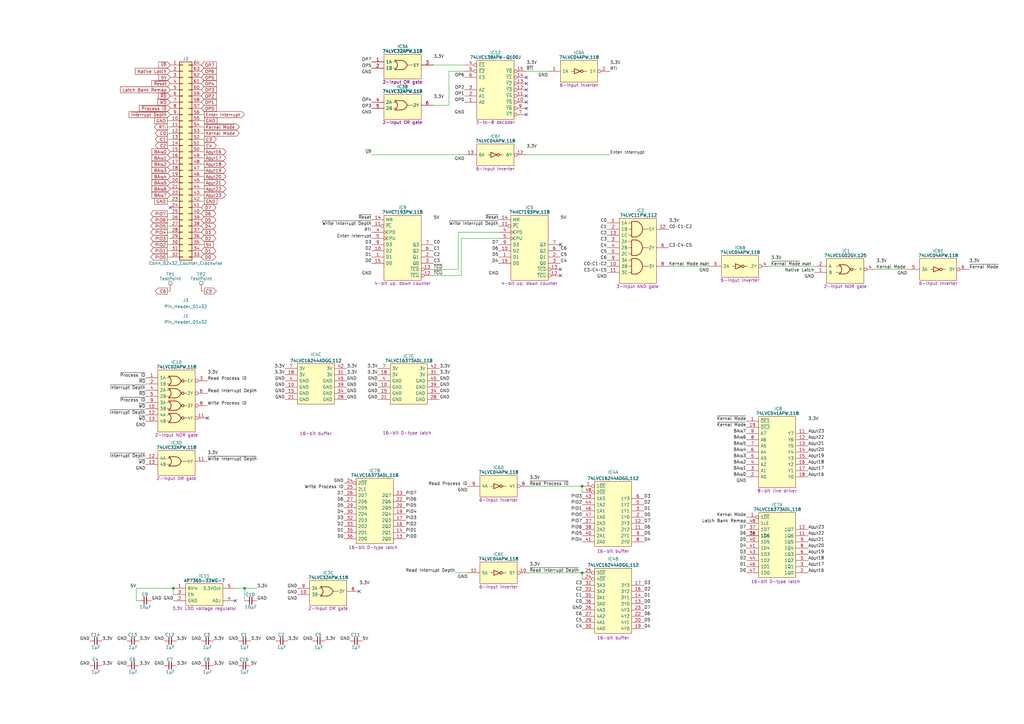
<source format=kicad_sch>
(kicad_sch (version 20231120) (generator "eeschema") (generator_version "8.0")
  (paper "A3")
  (title_block (title "Kernal Mode") (date "2024-02-15") (rev "V0"))
  (junction (at 238.76 199.39))
  (junction (at 100.33 241.3))
  (junction (at 238.76 234.95))
  (junction (at 71.12 241.3))
  (no_connect (at 215.9 46.99))
  (no_connect (at 229.87 113.03))
  (no_connect (at 215.9 44.45))
  (no_connect (at 215.9 31.75))
  (no_connect (at 215.9 34.29))
  (no_connect (at 85.09 171.45))
  (no_connect (at 69.85 85.09))
  (no_connect (at 229.87 100.33))
  (no_connect (at 147.32 242.57))
  (no_connect (at 215.9 41.91))
  (no_connect (at 215.9 39.37))
  (no_connect (at 229.87 110.49))
  (no_connect (at 215.9 36.83))
  (no_connect (at 96.52 246.38))
  (wire (pts (xy 83.82 64.77) (xy 82.55 64.77)))
  (wire (pts (xy 68.58 52.07) (xy 69.85 52.07)))
  (wire (pts (xy 83.82 57.15) (xy 82.55 57.15)))
  (wire (pts (xy 83.82 54.61) (xy 82.55 54.61)))
  (wire (pts (xy 68.58 87.63) (xy 69.85 87.63)))
  (wire (pts (xy 359.41 110.49) (xy 372.11 110.49)))
  (wire (pts (xy 191.77 234.95) (xy 186.69 234.95)))
  (wire (pts (xy 68.58 49.53) (xy 69.85 49.53)))
  (wire (pts (xy 68.58 97.79) (xy 69.85 97.79)))
  (wire (pts (xy 217.17 199.39) (xy 238.76 199.39)))
  (wire (pts (xy 68.58 100.33) (xy 69.85 100.33)))
  (wire (pts (xy 187.96 110.49) (xy 187.96 95.25)))
  (wire (pts (xy 83.82 69.85) (xy 82.55 69.85)))
  (wire (pts (xy 68.58 57.15) (xy 69.85 57.15)))
  (wire (pts (xy 83.82 62.23) (xy 82.55 62.23)))
  (wire (pts (xy 82.55 119.38) (xy 83.82 119.38)))
  (wire (pts (xy 68.58 59.69) (xy 69.85 59.69)))
  (wire (pts (xy 68.58 92.71) (xy 69.85 92.71)))
  (wire (pts (xy 83.82 80.01) (xy 82.55 80.01)))
  (wire (pts (xy 83.82 52.07) (xy 82.55 52.07)))
  (wire (pts (xy 68.58 105.41) (xy 69.85 105.41)))
  (wire (pts (xy 55.88 241.3) (xy 71.12 241.3)))
  (wire (pts (xy 184.15 43.18) (xy 177.8 43.18)))
  (wire (pts (xy 83.82 49.53) (xy 82.55 49.53)))
  (wire (pts (xy 152.4 63.5) (xy 190.5 63.5)))
  (wire (pts (xy 215.9 29.21) (xy 224.79 29.21)))
  (wire (pts (xy 55.88 246.38) (xy 57.15 246.38)))
  (wire (pts (xy 187.96 95.25) (xy 204.47 95.25)))
  (wire (pts (xy 71.12 241.3) (xy 71.12 243.84)))
  (wire (pts (xy 83.82 67.31) (xy 82.55 67.31)))
  (wire (pts (xy 316.23 109.22) (xy 334.01 109.22)))
  (wire (pts (xy 189.23 113.03) (xy 177.8 113.03)))
  (wire (pts (xy 184.15 29.21) (xy 184.15 43.18)))
  (wire (pts (xy 96.52 241.3) (xy 100.33 241.3)))
  (wire (pts (xy 83.82 77.47) (xy 82.55 77.47)))
  (wire (pts (xy 177.8 110.49) (xy 187.96 110.49)))
  (wire (pts (xy 83.82 46.99) (xy 82.55 46.99)))
  (wire (pts (xy 83.82 59.69) (xy 82.55 59.69)))
  (wire (pts (xy 274.32 109.22) (xy 290.83 109.22)))
  (wire (pts (xy 68.58 90.17) (xy 69.85 90.17)))
  (wire (pts (xy 83.82 74.93) (xy 82.55 74.93)))
  (wire (pts (xy 238.76 199.39) (xy 238.76 201.93)))
  (wire (pts (xy 68.58 102.87) (xy 69.85 102.87)))
  (wire (pts (xy 68.58 95.25) (xy 69.85 95.25)))
  (wire (pts (xy 55.88 241.3) (xy 55.88 246.38)))
  (wire (pts (xy 68.58 119.38) (xy 69.85 119.38)))
  (wire (pts (xy 100.33 241.3) (xy 105.41 241.3)))
  (wire (pts (xy 177.8 26.67) (xy 190.5 26.67)))
  (wire (pts (xy 204.47 97.79) (xy 189.23 97.79)))
  (wire (pts (xy 189.23 97.79) (xy 189.23 113.03)))
  (wire (pts (xy 190.5 29.21) (xy 184.15 29.21)))
  (wire (pts (xy 68.58 54.61) (xy 69.85 54.61)))
  (wire (pts (xy 100.33 246.38) (xy 100.33 241.3)))
  (wire (pts (xy 83.82 82.55) (xy 82.55 82.55)))
  (wire (pts (xy 238.76 234.95) (xy 238.76 237.49)))
  (wire (pts (xy 83.82 72.39) (xy 82.55 72.39)))
  (wire (pts (xy 217.17 234.95) (xy 238.76 234.95)))
  (wire (pts (xy 68.58 82.55) (xy 69.85 82.55)))
  (wire (pts (xy 215.9 63.5) (xy 250.19 63.5)))
  (wire (pts (xy 83.82 100.33) (xy 82.55 100.33)))
  (label "C2" (at 177.8 105.41 0))
  (label "3.3V" (at 142.24 153.67 0))
  (label "Kernal Mode_{ PART}" (at 274.32 109.22 0))
  (label "Latch Bank Remap" (at 306.07 214.63 180))
  (label "GND" (at 142.24 158.75 0))
  (label "3.3V" (at 154.94 153.67 180))
  (label "~{TCU}" (at 177.8 113.03 0))
  (label "GND" (at 306.07 198.12 180))
  (label "Write Process ID" (at 85.09 166.37 0))
  (label "C0" (at 238.76 247.65 180))
  (label "5V" (at 148.59 262.89 0))
  (label "PID7" (at 166.37 203.2 0))
  (label "3.3V" (at 133.35 262.89 0))
  (label "GND" (at 67.31 262.89 180))
  (label "C3·C4·C5" (at 274.32 101.6 0))
  (label "D2" (at 306.07 229.87 180))
  (label "D3" (at 264.16 240.03 0))
  (label "PID6" (at 166.37 205.74 0))
  (label "RTI" (at 250.19 29.21 0))
  (label "3.3V" (at 154.94 151.13 180))
  (label "~{RD}" (at 59.69 157.48 180))
  (label "BA_{IN}0" (at 306.07 195.58 180))
  (label "GND" (at 62.23 246.38 0))
  (label "~{Kernal Mode}" (at 306.07 172.72 180))
  (label "BA_{IN}7" (at 306.07 177.8 180))
  (label "D7" (at 204.47 100.33 180))
  (label "A_{OUT}21" (at 331.47 222.25 0))
  (label "~{TCD}" (at 177.8 110.49 0))
  (label "GND" (at 180.34 158.75 0))
  (label "D1" (at 152.4 105.41 180))
  (label "GND" (at 82.55 273.05 180))
  (label "~{VP}" (at 152.4 63.5 180))
  (label "Kernal Mode" (at 306.07 212.09 180))
  (label "3.3V" (at 274.32 91.44 0))
  (label "C0·C1·C2" (at 248.92 109.22 180))
  (label "BA_{IN}2" (at 306.07 190.5 180))
  (label "GND" (at 152.4 46.99 180))
  (label "GND" (at 154.94 156.21 180))
  (label "D5" (at 264.16 255.27 0))
  (label "PID1" (at 166.37 218.44 0))
  (label "GND" (at 191.77 201.93 180))
  (label "C0" (at 248.92 91.44 180))
  (label "~{Process ID}" (at 59.69 154.94 180))
  (label "~{Kernal Mode}" (at 397.51 110.49 0))
  (label "3.3V" (at 72.39 262.89 0))
  (label "OP6" (at 190.5 31.75 180))
  (label "D0" (at 264.16 212.09 0))
  (label "3.3V" (at 359.41 107.95 0))
  (label "D7" (at 264.16 250.19 0))
  (label "Read Interrupt Depth" (at 85.09 161.29 0))
  (label "GND" (at 142.24 161.29 0))
  (label "GND" (at 36.83 273.05 180))
  (label "~{Interrupt Depth}" (at 59.69 160.02 180))
  (label "PID6" (at 238.76 217.17 180))
  (label "C6" (at 238.76 252.73 180))
  (label "D4" (at 306.07 224.79 180))
  (label "3.3V" (at 105.41 241.3 0))
  (label "A_{OUT}17" (at 331.47 193.04 0))
  (label "5V" (at 177.8 90.17 0))
  (label "PID0" (at 238.76 212.09 180))
  (label "C6" (at 248.92 106.68 180))
  (label "C5" (at 238.76 255.27 180))
  (label "3.3V" (at 72.39 273.05 0))
  (label "GND" (at 121.92 243.84 180))
  (label "PID3" (at 166.37 213.36 0))
  (label "GND" (at 142.24 163.83 0))
  (label "3.3V" (at 41.91 262.89 0))
  (label "A_{OUT}19" (at 331.47 187.96 0))
  (label "GND" (at 152.4 113.03 180))
  (label "C3" (at 177.8 107.95 0))
  (label "3.3V" (at 180.34 151.13 0))
  (label "GND" (at 180.34 163.83 0))
  (label "~{Read Interrupt Depth}" (at 217.17 234.95 0))
  (label "PID2" (at 166.37 215.9 0))
  (label "RTI" (at 152.4 95.25 180))
  (label "GND" (at 180.34 161.29 0))
  (label "~{Kernal Mode}" (at 306.07 175.26 180))
  (label "Read Process ID" (at 85.09 156.21 0))
  (label "3.3V" (at 177.8 24.13 0))
  (label "3.3V" (at 102.87 262.89 0))
  (label "PID0" (at 166.37 220.98 0))
  (label "C5" (at 248.92 104.14 180))
  (label "PID5" (at 238.76 219.71 180))
  (label "~{RD}" (at 59.69 162.56 180))
  (label "GND" (at 67.31 273.05 180))
  (label "Read Interrupt Depth" (at 186.69 234.95 180))
  (label "D1" (at 264.16 209.55 0))
  (label "D0" (at 152.4 107.95 180))
  (label "OP0" (at 190.5 41.91 180))
  (label "OP7" (at 152.4 25.4 180))
  (label "A_{OUT}18" (at 331.47 190.5 0))
  (label "D1" (at 264.16 245.11 0))
  (label "C2" (at 238.76 242.57 180))
  (label "BA_{IN}5" (at 306.07 182.88 180))
  (label "D7" (at 306.07 217.17 180))
  (label "BA_{IN}4" (at 306.07 185.42 180))
  (label "D2" (at 152.4 102.87 180))
  (label "GND" (at 71.12 246.38 180))
  (label "PID7" (at 238.76 214.63 180))
  (label "GND" (at 248.92 114.3 180))
  (label "C3" (at 248.92 99.06 180))
  (label "3.3V" (at 177.8 40.64 0))
  (label "~{Write Interrupt Depth}" (at 204.47 92.71 180))
  (label "BA_{IN}1" (at 306.07 193.04 180))
  (label "A_{OUT}20" (at 331.47 185.42 0))
  (label "C4" (at 229.87 107.95 0))
  (label "D6" (at 204.47 102.87 180))
  (label "GND" (at 128.27 262.89 180))
  (label "3.3V" (at 41.91 273.05 0))
  (label "Write Process ID" (at 140.97 200.66 180))
  (label "5V" (at 102.87 273.05 0))
  (label "3.3V" (at 87.63 273.05 0))
  (label "~{Interrupt Depth}" (at 59.69 170.18 180))
  (label "3.3V" (at 116.84 151.13 180))
  (label "C4" (at 248.92 101.6 180))
  (label "3.3V" (at 118.11 262.89 0))
  (label "Enter Interrupt" (at 152.4 97.79 180))
  (label "PID3" (at 238.76 204.47 180))
  (label "C1" (at 177.8 102.87 0))
  (label "~{Write Interrupt Depth}" (at 152.4 92.71 180))
  (label "3.3V" (at 215.9 60.96 0))
  (label "3.3V" (at 57.15 273.05 0))
  (label "D6" (at 306.07 219.71 180))
  (label "3.3V" (at 250.19 26.67 0))
  (label "3.3V" (at 217.17 232.41 0))
  (label "D2" (at 140.97 215.9 180))
  (label "~{Interrupt Depth}" (at 59.69 187.96 180))
  (label "GND" (at 36.83 262.89 180))
  (label "A_{OUT}22" (at 331.47 180.34 0))
  (label "C0" (at 177.8 100.33 0))
  (label "C2" (at 248.92 96.52 180))
  (label "D5" (at 140.97 208.28 180))
  (label "D3" (at 264.16 204.47 0))
  (label "3.3V" (at 397.51 107.95 0))
  (label "OP3" (at 152.4 44.45 180))
  (label "PID1" (at 238.76 209.55 180))
  (label "PID4" (at 166.37 210.82 0))
  (label "~{Reset}" (at 152.4 90.17 180))
  (label "D2" (at 264.16 207.01 0))
  (label "A_{OUT}22" (at 331.47 219.71 0))
  (label "~{WD}" (at 59.69 167.64 180))
  (label "GND" (at 59.69 193.04 180))
  (label "A_{OUT}23" (at 331.47 217.17 0))
  (label "D3" (at 152.4 100.33 180))
  (label "Kernal Mode" (at 359.41 110.49 0))
  (label "GND" (at 290.83 111.76 180))
  (label "D4" (at 140.97 210.82 180))
  (label "~{RTI}" (at 215.9 29.21 0))
  (label "3.3V" (at 57.15 262.89 0))
  (label "GND" (at 224.79 31.75 180))
  (label "D6" (at 264.16 217.17 0))
  (label "5V" (at 229.87 90.17 0))
  (label "~{Write Interrupt Depth}" (at 85.09 189.23 0))
  (label "OP1" (at 190.5 39.37 180))
  (label "GND" (at 238.76 250.19 180))
  (label "A_{OUT}19" (at 331.47 227.33 0))
  (label "GND" (at 59.69 175.26 180))
  (label "GND" (at 97.79 273.05 180))
  (label "A_{OUT}18" (at 331.47 229.87 0))
  (label "GND" (at 190.5 46.99 180))
  (label "GND" (at 105.41 246.38 0))
  (label "D4" (at 264.16 257.81 0))
  (label "GND" (at 154.94 158.75 180))
  (label "A_{OUT}20" (at 331.47 224.79 0))
  (label "GND" (at 190.5 66.04 180))
  (label "GND" (at 82.55 262.89 180))
  (label "PID2" (at 238.76 207.01 180))
  (label "GND" (at 204.47 113.03 180))
  (label "3.3V" (at 85.09 186.69 0))
  (label "C3" (at 238.76 240.03 180))
  (label "~{Kernal Mode}_{ PART}" (at 316.23 109.22 0))
  (label "D6" (at 264.16 252.73 0))
  (label "3.3V" (at 331.47 172.72 0))
  (label "3.3V" (at 116.84 153.67 180))
  (label "Native Latch" (at 334.01 111.76 180))
  (label "GND" (at 372.11 113.03 180))
  (label "D4" (at 264.16 222.25 0))
  (label "PID4" (at 238.76 222.25 180))
  (label "D3" (at 306.07 227.33 180))
  (label "GND" (at 140.97 198.12 180))
  (label "D0" (at 306.07 234.95 180))
  (label "A_{OUT}16" (at 331.47 195.58 0))
  (label "~{Reset}" (at 204.47 90.17 180))
  (label "D1" (at 140.97 218.44 180))
  (label "A_{OUT}23" (at 331.47 177.8 0))
  (label "C1" (at 238.76 245.11 180))
  (label "D3" (at 140.97 213.36 180))
  (label "~{WD}" (at 59.69 190.5 180))
  (label "Read Process ID" (at 191.77 199.39 180))
  (label "A_{OUT}21" (at 331.47 182.88 0))
  (label "~{WD}" (at 59.69 172.72 180))
  (label "C5" (at 229.87 105.41 0))
  (label "D1" (at 306.07 232.41 180))
  (label "D2" (at 264.16 242.57 0))
  (label "OP2" (at 190.5 36.83 180))
  (label "GND" (at 116.84 158.75 180))
  (label "Enter Interrupt" (at 250.19 63.5 0))
  (label "D0" (at 140.97 220.98 180))
  (label "3.3V" (at 217.17 196.85 0))
  (label "GND" (at 142.24 156.21 0))
  (label "PID5" (at 166.37 208.28 0))
  (label "~{Process ID}" (at 59.69 165.1 180))
  (label "OP5" (at 152.4 27.94 180))
  (label "GND" (at 334.01 114.3 180))
  (label "GND" (at 113.03 262.89 180))
  (label "D7" (at 264.16 214.63 0))
  (label "GND" (at 116.84 163.83 180))
  (label "~{Read Process ID}" (at 217.17 199.39 0))
  (label "OP4" (at 152.4 41.91 180))
  (label "D0" (at 264.16 247.65 0))
  (label "GND" (at 152.4 30.48 180))
  (label "5V" (at 55.88 241.3 180))
  (label "3.3V" (at 142.24 151.13 0))
  (label "3.3V" (at 215.9 26.67 0))
  (label "D5" (at 264.16 219.71 0))
  (label "GND" (at 121.92 241.3 180))
  (label "D5" (at 204.47 105.41 180))
  (label "GND" (at 154.94 163.83 180))
  (label "GND" (at 143.51 262.89 180))
  (label "D7" (at 140.97 203.2 180))
  (label "3.3V" (at 85.09 153.67 0))
  (label "C4" (at 238.76 257.81 180))
  (label "C3·C4·C5" (at 248.92 111.76 180))
  (label "GND" (at 52.07 262.89 180))
  (label "BA_{IN}6" (at 306.07 180.34 180))
  (label "D6" (at 140.97 205.74 180))
  (label "C0·C1·C2" (at 274.32 93.98 0))
  (label "C1" (at 248.92 93.98 180))
  (label "BA_{IN}3" (at 306.07 187.96 180))
  (label "A_{OUT}16" (at 331.47 234.95 0))
  (label "GND" (at 97.79 262.89 180))
  (label "GND" (at 52.07 273.05 180))
  (label "GND" (at 116.84 161.29 180))
  (label "D4" (at 204.47 107.95 180))
  (label "3.3V" (at 147.32 240.03 0))
  (label "3.3V" (at 316.23 106.68 0))
  (label "GND" (at 154.94 161.29 180))
  (label "C6" (at 229.87 102.87 0))
  (label "GND" (at 116.84 156.21 180))
  (label "D5" (at 306.07 222.25 180))
  (label "GND" (at 180.34 156.21 0))
  (label "GND" (at 191.77 237.49 180))
  (label "3.3V" (at 87.63 262.89 0))
  (label "A_{OUT}17" (at 331.47 232.41 0))
  (label "GND" (at 121.92 246.38 180))
  (label "3.3V" (at 180.34 153.67 0))
  (global_label "BA_{IN}5" (shape input) (at 69.85 74.93 180) (property "Intersheetrefs" "${INTERSHEET_REFS}" (effects (hide yes))))
  (global_label "OP4" (shape input) (at 82.55 34.29 0) (property "Intersheetrefs" "${INTERSHEET_REFS}" (effects (hide yes))))
  (global_label "OP0" (shape input) (at 82.55 44.45 0) (property "Intersheetrefs" "${INTERSHEET_REFS}" (effects (hide yes))))
  (global_label "Enter Interrupt" (shape output) (at 83.82 46.99 0) (property "Intersheetrefs" "${INTERSHEET_REFS}" (effects (hide yes))))
  (global_label "OP5" (shape input) (at 82.55 31.75 0) (property "Intersheetrefs" "${INTERSHEET_REFS}" (effects (hide yes))))
  (global_label "PID4" (shape output) (at 68.58 95.25 180) (property "Intersheetrefs" "${INTERSHEET_REFS}" (effects (hide yes))))
  (global_label "OP3" (shape input) (at 82.55 36.83 0) (property "Intersheetrefs" "${INTERSHEET_REFS}" (effects (hide yes))))
  (global_label "BA_{IN}0" (shape input) (at 69.85 62.23 180) (property "Intersheetrefs" "${INTERSHEET_REFS}" (effects (hide yes))))
  (global_label "BA_{IN}3" (shape input) (at 69.85 69.85 180) (property "Intersheetrefs" "${INTERSHEET_REFS}" (effects (hide yes))))
  (global_label "OP7" (shape input) (at 82.55 26.67 0) (property "Intersheetrefs" "${INTERSHEET_REFS}" (effects (hide yes))))
  (global_label "PID7" (shape output) (at 68.58 87.63 180) (property "Intersheetrefs" "${INTERSHEET_REFS}" (effects (hide yes))))
  (global_label "Native Latch" (shape input) (at 69.85 29.21 180) (property "Intersheetrefs" "${INTERSHEET_REFS}" (effects (hide yes))))
  (global_label "C1" (shape output) (at 68.58 57.15 180) (effects (font (italic yes))) (property "Intersheetrefs" "${INTERSHEET_REFS}" (effects (hide yes))))
  (global_label "BA_{IN}1" (shape input) (at 69.85 64.77 180) (property "Intersheetrefs" "${INTERSHEET_REFS}" (effects (hide yes))))
  (global_label "A_{OUT}22" (shape output) (at 83.82 77.47 0) (property "Intersheetrefs" "${INTERSHEET_REFS}" (effects (hide yes))))
  (global_label "A_{OUT}16" (shape output) (at 83.82 62.23 0) (property "Intersheetrefs" "${INTERSHEET_REFS}" (effects (hide yes))))
  (global_label "PID1" (shape output) (at 68.58 102.87 180) (property "Intersheetrefs" "${INTERSHEET_REFS}" (effects (hide yes))))
  (global_label "BA_{IN}6" (shape input) (at 69.85 77.47 180) (property "Intersheetrefs" "${INTERSHEET_REFS}" (effects (hide yes))))
  (global_label "BA_{IN}2" (shape input) (at 69.85 67.31 180) (property "Intersheetrefs" "${INTERSHEET_REFS}" (effects (hide yes))))
  (global_label "OP2" (shape input) (at 82.55 39.37 0) (property "Intersheetrefs" "${INTERSHEET_REFS}" (effects (hide yes))))
  (global_label "D5" (shape tri_state) (at 82.55 90.17 0) (property "Intersheetrefs" "${INTERSHEET_REFS}" (effects (hide yes))))
  (global_label "A_{OUT}20" (shape output) (at 83.82 72.39 0) (property "Intersheetrefs" "${INTERSHEET_REFS}" (effects (hide yes))))
  (global_label "PID5" (shape output) (at 68.58 92.71 180) (property "Intersheetrefs" "${INTERSHEET_REFS}" (effects (hide yes))))
  (global_label "D7" (shape tri_state) (at 82.55 85.09 0) (property "Intersheetrefs" "${INTERSHEET_REFS}" (effects (hide yes))))
  (global_label "OP6" (shape input) (at 82.55 29.21 0) (property "Intersheetrefs" "${INTERSHEET_REFS}" (effects (hide yes))))
  (global_label "OP1" (shape input) (at 82.55 41.91 0) (property "Intersheetrefs" "${INTERSHEET_REFS}" (effects (hide yes))))
  (global_label "D2" (shape tri_state) (at 82.55 97.79 0) (property "Intersheetrefs" "${INTERSHEET_REFS}" (effects (hide yes))))
  (global_label "~{Reset}" (shape input) (at 69.85 34.29 180) (property "Intersheetrefs" "${INTERSHEET_REFS}" (effects (hide yes))))
  (global_label "GND" (shape passive) (at 83.82 82.55 0) (property "Intersheetrefs" "${INTERSHEET_REFS}" (effects (hide yes))))
  (global_label "A_{OUT}17" (shape output) (at 83.82 64.77 0) (property "Intersheetrefs" "${INTERSHEET_REFS}" (effects (hide yes))))
  (global_label "D4" (shape tri_state) (at 82.55 92.71 0) (property "Intersheetrefs" "${INTERSHEET_REFS}" (effects (hide yes))))
  (global_label "PID6" (shape output) (at 68.58 90.17 180) (property "Intersheetrefs" "${INTERSHEET_REFS}" (effects (hide yes))))
  (global_label "~{VP}" (shape input) (at 69.85 26.67 180) (property "Intersheetrefs" "${INTERSHEET_REFS}" (effects (hide yes))))
  (global_label "A_{OUT}21" (shape output) (at 83.82 74.93 0) (property "Intersheetrefs" "${INTERSHEET_REFS}" (effects (hide yes))))
  (global_label "PID3" (shape output) (at 68.58 97.79 180) (property "Intersheetrefs" "${INTERSHEET_REFS}" (effects (hide yes))))
  (global_label "C4" (shape output) (at 83.82 59.69 0) (effects (font (italic yes))) (property "Intersheetrefs" "${INTERSHEET_REFS}" (effects (hide yes))))
  (global_label "A_{OUT}18" (shape output) (at 83.82 67.31 0) (property "Intersheetrefs" "${INTERSHEET_REFS}" (effects (hide yes))))
  (global_label "~{WD}" (shape input) (at 69.85 41.91 180) (property "Intersheetrefs" "${INTERSHEET_REFS}" (effects (hide yes))))
  (global_label "D0" (shape tri_state) (at 82.55 105.41 0) (property "Intersheetrefs" "${INTERSHEET_REFS}" (effects (hide yes))))
  (global_label "D1" (shape tri_state) (at 82.55 102.87 0) (property "Intersheetrefs" "${INTERSHEET_REFS}" (effects (hide yes))))
  (global_label "5V" (shape input) (at 69.85 31.75 180) (property "Intersheetrefs" "${INTERSHEET_REFS}" (effects (hide yes))))
  (global_label "C0" (shape output) (at 68.58 54.61 180) (effects (font (italic yes))) (property "Intersheetrefs" "${INTERSHEET_REFS}" (effects (hide yes))))
  (global_label "~{Kernal Mode}" (shape output) (at 83.82 52.07 0) (property "Intersheetrefs" "${INTERSHEET_REFS}" (effects (hide yes))))
  (global_label "BA_{IN}7" (shape input) (at 69.85 80.01 180) (property "Intersheetrefs" "${INTERSHEET_REFS}" (effects (hide yes))))
  (global_label "Kernal Mode" (shape output) (at 83.82 54.61 0) (property "Intersheetrefs" "${INTERSHEET_REFS}" (effects (hide yes))))
  (global_label "GND" (shape passive) (at 68.58 49.53 180) (property "Intersheetrefs" "${INTERSHEET_REFS}" (effects (hide yes))))
  (global_label "PID0" (shape output) (at 68.58 105.41 180) (property "Intersheetrefs" "${INTERSHEET_REFS}" (effects (hide yes))))
  (global_label "~{RD}" (shape input) (at 69.85 39.37 180) (property "Intersheetrefs" "${INTERSHEET_REFS}" (effects (hide yes))))
  (global_label "PID2" (shape output) (at 68.58 100.33 180) (property "Intersheetrefs" "${INTERSHEET_REFS}" (effects (hide yes))))
  (global_label "5V" (shape passive) (at 83.82 100.33 0) (property "Intersheetrefs" "${INTERSHEET_REFS}" (effects (hide yes))))
  (global_label "D6" (shape tri_state) (at 82.55 87.63 0) (property "Intersheetrefs" "${INTERSHEET_REFS}" (effects (hide yes))))
  (global_label "C2" (shape output) (at 68.58 59.69 180) (effects (font (italic yes))) (property "Intersheetrefs" "${INTERSHEET_REFS}" (effects (hide yes))))
  (global_label "A_{OUT}19" (shape output) (at 83.82 69.85 0) (property "Intersheetrefs" "${INTERSHEET_REFS}" (effects (hide yes))))
  (global_label "GND" (shape passive) (at 83.82 49.53 0) (property "Intersheetrefs" "${INTERSHEET_REFS}" (effects (hide yes))))
  (global_label "C6" (shape output) (at 68.58 119.38 180) (effects (font (italic yes))) (property "Intersheetrefs" "${INTERSHEET_REFS}" (effects (hide yes))))
  (global_label "RTI" (shape output) (at 68.58 52.07 180) (property "Intersheetrefs" "${INTERSHEET_REFS}" (effects (hide yes))))
  (global_label "~{Process ID}" (shape input) (at 69.85 44.45 180) (property "Intersheetrefs" "${INTERSHEET_REFS}" (effects (hide yes))))
  (global_label "D3" (shape tri_state) (at 82.55 95.25 0) (property "Intersheetrefs" "${INTERSHEET_REFS}" (effects (hide yes))))
  (global_label "C5" (shape output) (at 83.82 119.38 0) (effects (font (italic yes))) (property "Intersheetrefs" "${INTERSHEET_REFS}" (effects (hide yes))))
  (global_label "C3" (shape output) (at 83.82 57.15 0) (effects (font (italic yes))) (property "Intersheetrefs" "${INTERSHEET_REFS}" (effects (hide yes))))
  (global_label "~{Interrupt Depth}" (shape input) (at 69.85 46.99 180) (property "Intersheetrefs" "${INTERSHEET_REFS}" (effects (hide yes))))
  (global_label "A_{OUT}23" (shape output) (at 83.82 80.01 0) (property "Intersheetrefs" "${INTERSHEET_REFS}" (effects (hide yes))))
  (global_label "Latch Bank Remap" (shape input) (at 69.85 36.83 180) (property "Intersheetrefs" "${INTERSHEET_REFS}" (effects (hide yes))))
  (global_label "BA_{IN}4" (shape input) (at 69.85 72.39 180) (property "Intersheetrefs" "${INTERSHEET_REFS}" (effects (hide yes))))
  (global_label "GND" (shape passive) (at 68.58 82.55 180) (property "Intersheetrefs" "${INTERSHEET_REFS}" (effects (hide yes))))
  (symbol (lib_id "HCP65:C_0805") (at 82.55 262.89 0) (unit 1)
    (property "Reference" "C3" (at 84.836 260.35 0))
    (property "Value" "1μF" (at 85.09 265.43 0))
    (property "Footprint" "SamacSys_Parts:C_0805" (effects (hide yes)))
  )
  (symbol (lib_id "HCP65:C_0805") (at 100.33 246.38 0) (unit 1)
    (property "Reference" "C10" (at 102.616 243.84 0))
    (property "Value" "10μF" (at 102.87 248.92 0))
    (property "Footprint" "SamacSys_Parts:C_0805" (effects (hide yes)))
  )
  (symbol (lib_id "HCP65:C_0805") (at 57.15 246.38 0) (unit 1)
    (property "Reference" "C9" (at 59.436 243.84 0))
    (property "Value" "10μF" (at 59.69 248.92 0))
    (property "Footprint" "SamacSys_Parts:C_0805" (effects (hide yes)))
  )
  (symbol (lib_id "HCP65:C_0805") (at 52.07 273.05 0) (unit 1)
    (property "Reference" "C6" (at 54.356 270.51 0))
    (property "Value" "1μF" (at 54.61 275.59 0))
    (property "Footprint" "SamacSys_Parts:C_0805" (effects (hide yes)))
  )
  (symbol (lib_id "Nexperia:74LVC16373ADL,118_Multi") (at 306.07 212.09 0) (unit 1)
    (property "Reference" "IC7" (at 318.77 207.01 0))
    (property "Value" "74LVC16373ADL,118" (at 318.77 208.915 0) (effects (font (bold yes))))
    (property "Footprint" "SamacSys_Parts:SOP64P1025X280-48N" (effects (hide yes)))
    (property "Datasheet" "https://componentsearchengine.com/Datasheets/1/74LVC16373ADL,118.pdf" (effects (hide yes)))
    (property "Description" "16-bit D-type latch" (at 318.135 238.506 0))
    (property "Height" "2.8" (effects (hide yes)))
    (property "Mouser Part Number" "771-LVC16373ADL118" (effects (hide yes)))
    (property "Mouser Price/Stock" "https://www.mouser.com/Search/Refine.aspx?Keyword=771-LVC16373ADL118" (effects (hide yes)))
    (property "Manufacturer_Name" "Nexperia" (effects (hide yes)))
    (property "Manufacturer_Part_Number" "74LVC16373ADL,118" (effects (hide yes)))
    (property "Silkscreen" "74LVC16373" (effects (hide yes)))
  )
  (symbol (lib_id "HCP65:C_0805") (at 82.55 273.05 0) (unit 1)
    (property "Reference" "C8" (at 84.836 270.51 0))
    (property "Value" "1μF" (at 85.09 275.59 0))
    (property "Footprint" "SamacSys_Parts:C_0805" (effects (hide yes)))
  )
  (symbol (lib_name "Nexperia:74LVC16244ADGG,112_Multi") (lib_id "Nexperia:74LVC16244ADGG,112_Multi") (at 238.76 234.95 0) (unit 2)
    (property "Reference" "IC4" (at 251.46 229.235 0))
    (property "Value" "74LVC16244ADGG,112" (at 251.46 231.775 0) (effects (font (bold yes))))
    (property "Footprint" "SamacSys_Parts:74LVC16244ADGG112" (effects (hide yes)))
    (property "Datasheet" "https://assets.nexperia.com/documents/data-sheet/74LVC_LVCH16244A.pdf" (effects (hide yes)))
    (property "Description" "16-bit buffer" (at 251.46 261.62 0))
    (property "Height" "1.2" (effects (hide yes)))
    (property "Manufacturer_Name" "Nexperia" (effects (hide yes)))
    (property "Manufacturer_Part_Number" "74LVC16244ADGG,112" (effects (hide yes)))
    (property "Mouser Part Number" "771-74LVC16244DG" (effects (hide yes)))
    (property "Mouser Price/Stock" "https://www.mouser.co.uk/ProductDetail/Nexperia/74LVC16244ADGG112?qs=qAI9lz2tHCO4%252BdMkKmxvXA%3D%3D" (effects (hide yes)))
    (property "Silkscreen" "74LVC16244" (effects (hide yes)))
  )
  (symbol (lib_id "Nexperia:74LVC32APW,118_Multi") (at 152.4 25.4 0) (unit 1)
    (property "Reference" "IC3" (at 165.1 19.05 0))
    (property "Value" "74LVC32APW,118" (at 165.1 20.955 0) (effects (font (bold yes))))
    (property "Footprint" "SamacSys_Parts:SOP65P640X110-14N" (effects (hide yes)))
    (property "Datasheet" "https://assets.nexperia.com/documents/data-sheet/74LVC32A.pdf" (effects (hide yes)))
    (property "Description" "2-input OR gate" (at 165.1 33.655 0))
    (property "Height" "1.1" (effects (hide yes)))
    (property "Manufacturer_Name" "Nexperia" (effects (hide yes)))
    (property "Manufacturer_Part_Number" "74LVC32APW,118" (effects (hide yes)))
    (property "Mouser Part Number" "771-74LVC32APW-T" (effects (hide yes)))
    (property "Mouser Price/Stock" "https://www.mouser.com/Search/Refine.aspx?Keyword=771-74LVC32APW-T" (effects (hide yes)))
    (property "Silkscreen" "74LVC32APW" (effects (hide yes)))
    (property "Garbage" "74LVC32A - Quad 2-input OR gate@en-us" (effects (hide yes)))
  )
  (symbol (lib_id "HCP65:C_0805") (at 67.31 273.05 0) (unit 1)
    (property "Reference" "C7" (at 69.596 270.51 0))
    (property "Value" "1μF" (at 69.85 275.59 0))
    (property "Footprint" "SamacSys_Parts:C_0805" (effects (hide yes)))
  )
  (symbol (lib_id "HCP65:C_0805") (at 36.83 273.05 0) (unit 1)
    (property "Reference" "C4" (at 39.116 270.51 0))
    (property "Value" "1μF" (at 39.37 275.59 0))
    (property "Footprint" "SamacSys_Parts:C_0805" (effects (hide yes)))
  )
  (symbol (lib_id "Nexperia:74LVC1G02GV,125") (at 334.01 109.22 0) (unit 1)
    (property "Reference" "IC1" (at 345.44 102.87 0) (effects (justify left)))
    (property "Value" "74LVC1G02GV,125" (at 337.82 104.775 0) (effects (font (bold yes)) (justify left)))
    (property "Footprint" "SamacSys_Parts:SOT95P275X110-5N" (effects (hide yes)))
    (property "Datasheet" "https://assets.nexperia.com/documents/data-sheet/74LVC1G02.pdf" (effects (hide yes)))
    (property "Description" "2-input NOR gate" (at 337.82 117.475 0) (effects (justify left)))
    (property "Height" "1.1" (effects (hide yes)))
    (property "Manufacturer_Name" "Nexperia" (effects (hide yes)))
    (property "Manufacturer_Part_Number" "74LVC1G02GV,125" (effects (hide yes)))
    (property "Mouser Part Number" "771-LVC1G02GV125" (effects (hide yes)))
    (property "Mouser Price/Stock" "https://www.mouser.co.uk/ProductDetail/Nexperia/74LVC1G02GV125?qs=me8TqzrmIYX6GMf4PLx9gg%3D%3D" (effects (hide yes)))
    (property "Silkscreen" "'1G02" (effects (hide yes)))
    (property "Garbage" "74LVC1G02 - Single 2-input NOR gate@en-us" (effects (hide yes)))
  )
  (symbol (lib_id "Connector:TestPoint") (at 82.55 119.38 0) (unit 1)
    (property "Reference" "TP2" (at 82.55 112.522 0))
    (property "Value" "TestPoint" (at 82.55 114.3 0))
    (property "Footprint" "Connector_PinHeader_2.54mm:PinHeader_1x01_P2.54mm_Vertical" (effects (hide yes)))
    (property "Description" "test point" (effects (hide yes)))
  )
  (symbol (lib_id "Nexperia:74LVC32APW,118_Multi") (at 59.69 187.96 0) (unit 4)
    (property "Reference" "IC3" (at 72.39 181.61 0))
    (property "Value" "74LVC32APW,118" (at 72.39 183.515 0) (effects (font (bold yes))))
    (property "Footprint" "SamacSys_Parts:SOP65P640X110-14N" (effects (hide yes)))
    (property "Datasheet" "https://assets.nexperia.com/documents/data-sheet/74LVC32A.pdf" (effects (hide yes)))
    (property "Description" "2-input OR gate" (at 72.39 196.215 0))
    (property "Height" "1.1" (effects (hide yes)))
    (property "Manufacturer_Name" "Nexperia" (effects (hide yes)))
    (property "Manufacturer_Part_Number" "74LVC32APW,118" (effects (hide yes)))
    (property "Mouser Part Number" "771-74LVC32APW-T" (effects (hide yes)))
    (property "Mouser Price/Stock" "https://www.mouser.com/Search/Refine.aspx?Keyword=771-74LVC32APW-T" (effects (hide yes)))
    (property "Silkscreen" "74LVC32APW" (effects (hide yes)))
    (property "Garbage" "74LVC32A - Quad 2-input OR gate@en-us" (effects (hide yes)))
  )
  (symbol (lib_id "HCP65:C_0805") (at 52.07 262.89 0) (unit 1)
    (property "Reference" "C13" (at 54.356 260.35 0))
    (property "Value" "1μF" (at 54.61 265.43 0))
    (property "Footprint" "SamacSys_Parts:C_0805" (effects (hide yes)))
  )
  (symbol (lib_id "HCP65:C_0805") (at 97.79 273.05 0) (unit 1)
    (property "Reference" "C15" (at 100.076 270.51 0))
    (property "Value" "1μF" (at 100.33 275.59 0))
    (property "Footprint" "SamacSys_Parts:C_0805" (effects (hide yes)))
  )
  (symbol (lib_id "Connector:TestPoint") (at 69.85 119.38 0) (unit 1)
    (property "Reference" "TP1" (at 69.85 112.522 0))
    (property "Value" "TestPoint" (at 69.85 114.3 0))
    (property "Footprint" "Connector_PinHeader_2.54mm:PinHeader_1x01_P2.54mm_Vertical" (effects (hide yes)))
    (property "Description" "test point" (effects (hide yes)))
  )
  (symbol (lib_id "Nexperia:74LVC02APW,118") (at 59.69 154.94 0) (unit 1)
    (property "Reference" "IC10" (at 72.39 148.59 0))
    (property "Value" "74LVC02APW,118" (at 72.39 150.495 0) (effects (font (bold yes))))
    (property "Footprint" "SamacSys_Parts:SOP65P640X110-14N" (effects (hide yes)))
    (property "Datasheet" "https://assets.nexperia.com/documents/data-sheet/74LVC02A.pdf" (effects (hide yes)))
    (property "Description" "2-Input NOR gate" (at 72.39 178.435 0))
    (property "Height" "1.1" (effects (hide yes)))
    (property "Mouser Part Number" "771-74LVC02APW-T" (effects (hide yes)))
    (property "Mouser Price/Stock" "https://www.mouser.co.uk/ProductDetail/Nexperia/74LVC02APW118?qs=me8TqzrmIYX6VnwIC2vA2w%3D%3D" (effects (hide yes)))
    (property "Manufacturer_Name" "Nexperia" (effects (hide yes)))
    (property "Manufacturer_Part_Number" "74LVC02APW,118" (effects (hide yes)))
    (property "Silkscreen" "74LVC02" (effects (hide yes)))
    (property "Garbage" "Nexperia 74LVC02APW,118, Quad 2-Input NOR Logic Gate, 14-Pin TSSOP" (effects (hide yes)))
  )
  (symbol (lib_id "HCP65:C_0805") (at 67.31 262.89 0) (unit 1)
    (property "Reference" "C12" (at 69.596 260.35 0))
    (property "Value" "1μF" (at 69.85 265.43 0))
    (property "Footprint" "SamacSys_Parts:C_0805" (effects (hide yes)))
  )
  (symbol (lib_id "HCP65:Pin_Header_01x32") (at 76.2 130.81 0) (unit 1)
    (property "Reference" "J1" (at 76.2 129.54 0))
    (property "Value" "Pin_Header_01x32" (at 76.2 132.08 0))
    (property "Footprint" "SamacSys_Parts:PinHeader_1x32_P2.54mm_Vertical" (effects (hide yes)))
  )
  (symbol (lib_id "Nexperia:74LVC04APW,118_Multi") (at 190.5 63.5 0) (unit 6)
    (property "Reference" "IC6" (at 203.2 55.88 0))
    (property "Value" "74LVC04APW,118" (at 203.2 57.785 0) (effects (font (bold yes))))
    (property "Footprint" "SamacSys_Parts:SOP65P640X110-14N" (effects (hide yes)))
    (property "Datasheet" "https://assets.nexperia.com/documents/data-sheet/74LVC04A.pdf" (effects (hide yes)))
    (property "Description" "6-input inverter" (at 203.2 69.215 0))
    (property "Height" "1.1" (effects (hide yes)))
    (property "Manufacturer_Name" "Nexperia" (effects (hide yes)))
    (property "Manufacturer_Part_Number" "74LVC04APW,118" (effects (hide yes)))
    (property "Mouser Part Number" "771-74LVC04APW-T" (effects (hide yes)))
    (property "Mouser Price/Stock" "https://www.mouser.co.uk/ProductDetail/Nexperia/74LVC04APW118?qs=me8TqzrmIYUA5zXidd9%2F4g%3D%3D" (effects (hide yes)))
    (property "Silkscreen" "74LVC04" (effects (hide yes)))
    (property "Garbage" "74LVC04A - Hex inverter@en-us" (effects (hide yes)))
  )
  (symbol (lib_id "Nexperia:74LVC16373ADL,118_Multi") (at 154.94 151.13 0) (unit 3)
    (property "Reference" "IC7" (at 167.64 146.05 0))
    (property "Value" "74LVC16373ADL,118" (at 167.64 147.955 0) (effects (font (bold yes))))
    (property "Footprint" "SamacSys_Parts:SOP64P1025X280-48N" (effects (hide yes)))
    (property "Datasheet" "https://componentsearchengine.com/Datasheets/1/74LVC16373ADL,118.pdf" (effects (hide yes)))
    (property "Description" "16-bit D-type latch" (at 167.005 177.546 0))
    (property "Height" "2.8" (effects (hide yes)))
    (property "Mouser Part Number" "771-LVC16373ADL118" (effects (hide yes)))
    (property "Mouser Price/Stock" "https://www.mouser.com/Search/Refine.aspx?Keyword=771-LVC16373ADL118" (effects (hide yes)))
    (property "Manufacturer_Name" "Nexperia" (effects (hide yes)))
    (property "Manufacturer_Part_Number" "74LVC16373ADL,118" (effects (hide yes)))
    (property "Silkscreen" "74LVC16373" (effects (hide yes)))
  )
  (symbol (lib_id "Nexperia:74LVC541APW,118") (at 306.07 172.72 0) (unit 1)
    (property "Reference" "IC8" (at 317.5 167.64 0) (effects (justify left)))
    (property "Value" "74LVC541APW,118" (at 309.88 169.545 0) (effects (font (bold yes)) (justify left)))
    (property "Footprint" "SamacSys_Parts:SOP65P640X110-20N" (effects (hide yes)))
    (property "Datasheet" "https://assets.nexperia.com/documents/data-sheet/74LVC541A.pdf" (effects (hide yes)))
    (property "Description" "8-bit line driver" (at 318.77 201.295 0))
    (property "Height" "1.1" (effects (hide yes)))
    (property "Mouser Part Number" "771-74LVC541APW-T" (effects (hide yes)))
    (property "Mouser Price/Stock" "https://www.mouser.co.uk/ProductDetail/Nexperia/74LVC541APW118?qs=me8TqzrmIYXvoPByM7nnJQ%3D%3D" (effects (hide yes)))
    (property "Manufacturer_Name" "Nexperia" (effects (hide yes)))
    (property "Manufacturer_Part_Number" "74LVC541APW,118" (effects (hide yes)))
    (property "Silkscreen" "74LVC541" (effects (hide yes)))
    (property "Garbage" "74LVC541A - Octal buffer/line driver with 5 V tolerant inputs/outputs; 3-state@en-us" (effects (hide yes)))
  )
  (symbol (lib_id "HCP65:C_0805") (at 97.79 262.89 0) (unit 1)
    (property "Reference" "C1" (at 100.076 260.35 0))
    (property "Value" "1μF" (at 100.33 265.43 0))
    (property "Footprint" "SamacSys_Parts:C_0805" (effects (hide yes)))
  )
  (symbol (lib_id "Nexperia:74LVC04APW,118_Multi") (at 191.77 199.39 0) (unit 4)
    (property "Reference" "IC6" (at 204.47 191.77 0))
    (property "Value" "74LVC04APW,118" (at 204.47 193.675 0) (effects (font (bold yes))))
    (property "Footprint" "SamacSys_Parts:SOP65P640X110-14N" (effects (hide yes)))
    (property "Datasheet" "https://assets.nexperia.com/documents/data-sheet/74LVC04A.pdf" (effects (hide yes)))
    (property "Description" "6-input inverter" (at 204.47 205.105 0))
    (property "Height" "1.1" (effects (hide yes)))
    (property "Manufacturer_Name" "Nexperia" (effects (hide yes)))
    (property "Manufacturer_Part_Number" "74LVC04APW,118" (effects (hide yes)))
    (property "Mouser Part Number" "771-74LVC04APW-T" (effects (hide yes)))
    (property "Mouser Price/Stock" "https://www.mouser.co.uk/ProductDetail/Nexperia/74LVC04APW118?qs=me8TqzrmIYUA5zXidd9%2F4g%3D%3D" (effects (hide yes)))
    (property "Silkscreen" "74LVC04" (effects (hide yes)))
    (property "Garbage" "74LVC04A - Hex inverter@en-us" (effects (hide yes)))
  )
  (symbol (lib_id "Nexperia:74LVC04APW,118_Multi") (at 290.83 109.22 0) (unit 2)
    (property "Reference" "IC6" (at 303.53 101.6 0))
    (property "Value" "74LVC04APW,118" (at 303.53 103.505 0) (effects (font (bold yes))))
    (property "Footprint" "SamacSys_Parts:SOP65P640X110-14N" (effects (hide yes)))
    (property "Datasheet" "https://assets.nexperia.com/documents/data-sheet/74LVC04A.pdf" (effects (hide yes)))
    (property "Description" "6-input inverter" (at 303.53 114.935 0))
    (property "Height" "1.1" (effects (hide yes)))
    (property "Manufacturer_Name" "Nexperia" (effects (hide yes)))
    (property "Manufacturer_Part_Number" "74LVC04APW,118" (effects (hide yes)))
    (property "Mouser Part Number" "771-74LVC04APW-T" (effects (hide yes)))
    (property "Mouser Price/Stock" "https://www.mouser.co.uk/ProductDetail/Nexperia/74LVC04APW118?qs=me8TqzrmIYUA5zXidd9%2F4g%3D%3D" (effects (hide yes)))
    (property "Silkscreen" "74LVC04" (effects (hide yes)))
    (property "Garbage" "74LVC04A - Hex inverter@en-us" (effects (hide yes)))
  )
  (symbol (lib_id "HCP65:C_0805") (at 128.27 262.89 0) (unit 1)
    (property "Reference" "C5" (at 130.556 260.35 0))
    (property "Value" "1μF" (at 130.81 265.43 0))
    (property "Footprint" "SamacSys_Parts:C_0805" (effects (hide yes)))
  )
  (symbol (lib_id "Nexperia:74LVC04APW,118_Multi") (at 191.77 234.95 0) (unit 5)
    (property "Reference" "IC6" (at 204.47 227.33 0))
    (property "Value" "74LVC04APW,118" (at 204.47 229.235 0) (effects (font (bold yes))))
    (property "Footprint" "SamacSys_Parts:SOP65P640X110-14N" (effects (hide yes)))
    (property "Datasheet" "https://assets.nexperia.com/documents/data-sheet/74LVC04A.pdf" (effects (hide yes)))
    (property "Description" "6-input inverter" (at 204.47 240.665 0))
    (property "Height" "1.1" (effects (hide yes)))
    (property "Manufacturer_Name" "Nexperia" (effects (hide yes)))
    (property "Manufacturer_Part_Number" "74LVC04APW,118" (effects (hide yes)))
    (property "Mouser Part Number" "771-74LVC04APW-T" (effects (hide yes)))
    (property "Mouser Price/Stock" "https://www.mouser.co.uk/ProductDetail/Nexperia/74LVC04APW118?qs=me8TqzrmIYUA5zXidd9%2F4g%3D%3D" (effects (hide yes)))
    (property "Silkscreen" "74LVC04" (effects (hide yes)))
    (property "Garbage" "74LVC04A - Hex inverter@en-us" (effects (hide yes)))
  )
  (symbol (lib_id "HCP65:C_0805") (at 143.51 262.89 0) (unit 1)
    (property "Reference" "C11" (at 145.796 260.35 0))
    (property "Value" "1μF" (at 146.05 265.43 0))
    (property "Footprint" "SamacSys_Parts:C_0805" (effects (hide yes)))
  )
  (symbol (lib_id "HCP65:C_0805") (at 113.03 262.89 0) (unit 1)
    (property "Reference" "C2" (at 115.316 260.35 0))
    (property "Value" "1μF" (at 115.57 265.43 0))
    (property "Footprint" "SamacSys_Parts:C_0805" (effects (hide yes)))
  )
  (symbol (lib_id "Nexperia:74LVC32APW,118_Multi") (at 152.4 41.91 0) (unit 2)
    (property "Reference" "IC3" (at 165.1 35.56 0))
    (property "Value" "74LVC32APW,118" (at 165.1 37.465 0) (effects (font (bold yes))))
    (property "Footprint" "SamacSys_Parts:SOP65P640X110-14N" (effects (hide yes)))
    (property "Datasheet" "https://assets.nexperia.com/documents/data-sheet/74LVC32A.pdf" (effects (hide yes)))
    (property "Description" "2-input OR gate" (at 165.1 50.165 0))
    (property "Height" "1.1" (effects (hide yes)))
    (property "Manufacturer_Name" "Nexperia" (effects (hide yes)))
    (property "Manufacturer_Part_Number" "74LVC32APW,118" (effects (hide yes)))
    (property "Mouser Part Number" "771-74LVC32APW-T" (effects (hide yes)))
    (property "Mouser Price/Stock" "https://www.mouser.com/Search/Refine.aspx?Keyword=771-74LVC32APW-T" (effects (hide yes)))
    (property "Silkscreen" "74LVC32APW" (effects (hide yes)))
    (property "Garbage" "74LVC32A - Quad 2-input OR gate@en-us" (effects (hide yes)))
  )
  (symbol (lib_id "HCP65:Pin_Header_01x32") (at 76.2 124.46 0) (unit 1)
    (property "Reference" "J3" (at 76.2 123.19 0))
    (property "Value" "Pin_Header_01x32" (at 76.2 125.73 0))
    (property "Footprint" "SamacSys_Parts:PinHeader_1x32_P2.54mm_Vertical" (effects (hide yes)))
  )
  (symbol (lib_id "Diodes_Inc:AP7365-33WG-7") (at 71.12 241.3 0) (unit 1)
    (property "Reference" "IC11" (at 83.82 236.22 0))
    (property "Value" "AP7365-33WG-7" (at 83.82 238.125 0) (effects (font (bold yes))))
    (property "Footprint" "SamacSys_Parts:SOT95P285X130-5N" (effects (hide yes)))
    (property "Datasheet" "https://componentsearchengine.com/Datasheets/1/AP7365-33WG-7.pdf" (effects (hide yes)))
    (property "Description" "3.3V LDO voltage regulator" (at 83.82 249.555 0))
    (property "Height" "1.3" (effects (hide yes)))
    (property "Manufacturer_Name" "Diodes Inc." (effects (hide yes)))
    (property "Manufacturer_Part_Number" "AP7365-33WG-7" (effects (hide yes)))
    (property "Mouser Part Number" "621-AP7365-33WG-7" (effects (hide yes)))
    (property "Mouser Price/Stock" "https://www.mouser.co.uk/ProductDetail/Diodes-Incorporated/AP7365-33WG-7?qs=abZ1nkZpTuOZFvxvoFPL0w%3D%3D" (effects (hide yes)))
    (property "Arrow Part Number" "AP7365-33WG-7" (effects (hide yes)))
    (property "Arrow Price/Stock" "https://www.arrow.com/en/products/ap7365-33wg-7/diodes-incorporated?region=nac" (effects (hide yes)))
    (property "Silkscreen" "AP7365" (effects (hide yes)))
  )
  (symbol (lib_id "Nexperia:74HCT193PW,118") (at 152.4 90.17 0) (unit 1)
    (property "Reference" "IC9" (at 165.1 85.09 0))
    (property "Value" "74HCT193PW,118" (at 165.1 86.995 0) (effects (font (bold yes))))
    (property "Footprint" "SamacSys_Parts:SOP65P640X110-16N" (effects (hide yes)))
    (property "Datasheet" "https://assets.nexperia.com/documents/data-sheet/74HC_HCT193.pdf" (effects (hide yes)))
    (property "Description" "4-bit up, down counter" (at 165.1 116.205 0))
    (property "Height" "1.1" (effects (hide yes)))
    (property "Manufacturer_Name" "Nexperia" (effects (hide yes)))
    (property "Manufacturer_Part_Number" "74HCT193PW,118" (effects (hide yes)))
    (property "Mouser Part Number" "771-HCT193PW118" (effects (hide yes)))
    (property "Mouser Price/Stock" "https://www.mouser.co.uk/ProductDetail/Nexperia/74HCT193PW118?qs=P62ublwmbi96noElXD4DzA%3D%3D" (effects (hide yes)))
    (property "Silkscreen" "74HCT193" (effects (hide yes)))
    (property "Garbage" "74HC(T)193 - Presettable synchronous 4-bit binary up, down counter@en-us" (effects (hide yes)))
  )
  (symbol (lib_id "Nexperia:74LVC32APW,118_Multi") (at 121.92 241.3 0) (unit 3)
    (property "Reference" "IC3" (at 134.62 234.95 0))
    (property "Value" "74LVC32APW,118" (at 134.62 236.855 0) (effects (font (bold yes))))
    (property "Footprint" "SamacSys_Parts:SOP65P640X110-14N" (effects (hide yes)))
    (property "Datasheet" "https://assets.nexperia.com/documents/data-sheet/74LVC32A.pdf" (effects (hide yes)))
    (property "Description" "2-input OR gate" (at 134.62 249.555 0))
    (property "Height" "1.1" (effects (hide yes)))
    (property "Manufacturer_Name" "Nexperia" (effects (hide yes)))
    (property "Manufacturer_Part_Number" "74LVC32APW,118" (effects (hide yes)))
    (property "Mouser Part Number" "771-74LVC32APW-T" (effects (hide yes)))
    (property "Mouser Price/Stock" "https://www.mouser.com/Search/Refine.aspx?Keyword=771-74LVC32APW-T" (effects (hide yes)))
    (property "Silkscreen" "74LVC32APW" (effects (hide yes)))
    (property "Garbage" "74LVC32A - Quad 2-input OR gate@en-us" (effects (hide yes)))
  )
  (symbol (lib_id "Connector_Generic:Conn_02x32_Counter_Clockwise") (at 74.93 64.77 0) (unit 1)
    (property "Reference" "J2" (at 76.2 24.13 0))
    (property "Value" "Conn_02x32_Counter_Clockwise" (at 76.2 107.95 0))
    (property "Footprint" "SamacSys_Parts:DIP-64_Board_W22.86mm" (effects (hide yes)))
    (property "Description" "Generic connector, double row, 02x32, counter clockwise pin numbering scheme (similar to DIP package numbering), script generated (kicad-library-utils/schlib/autogen/connector/)" (effects (hide yes)))
  )
  (symbol (lib_id "Nexperia:74LVC04APW,118_Multi") (at 224.79 29.21 0) (unit 1)
    (property "Reference" "IC6" (at 237.49 21.59 0))
    (property "Value" "74LVC04APW,118" (at 237.49 23.495 0) (effects (font (bold yes))))
    (property "Footprint" "SamacSys_Parts:SOP65P640X110-14N" (effects (hide yes)))
    (property "Datasheet" "https://assets.nexperia.com/documents/data-sheet/74LVC04A.pdf" (effects (hide yes)))
    (property "Description" "6-input inverter" (at 237.49 34.925 0))
    (property "Height" "1.1" (effects (hide yes)))
    (property "Manufacturer_Name" "Nexperia" (effects (hide yes)))
    (property "Manufacturer_Part_Number" "74LVC04APW,118" (effects (hide yes)))
    (property "Mouser Part Number" "771-74LVC04APW-T" (effects (hide yes)))
    (property "Mouser Price/Stock" "https://www.mouser.co.uk/ProductDetail/Nexperia/74LVC04APW118?qs=me8TqzrmIYUA5zXidd9%2F4g%3D%3D" (effects (hide yes)))
    (property "Silkscreen" "74LVC04" (effects (hide yes)))
    (property "Garbage" "74LVC04A - Hex inverter@en-us" (effects (hide yes)))
  )
  (symbol (lib_id "Nexperia:74LVC138APW-Q100J") (at 190.5 24.765 0) (unit 1)
    (property "Reference" "IC12" (at 203.2 21.59 0))
    (property "Value" "74LVC138APW-Q100J" (at 203.2 23.495 0) (effects (font (bold yes))))
    (property "Footprint" "SamacSys_Parts:SOP65P640X110-16N" (effects (hide yes)))
    (property "Datasheet" "https://assets.nexperia.com/documents/data-sheet/74LVC138A_Q100.pdf" (effects (hide yes)))
    (property "Description" "3-to-8 decoder" (at 203.2 50.165 0))
    (property "Height" "1.1" (effects (hide yes)))
    (property "Mouser Part Number" "771-74LVC138APWQ100J" (effects (hide yes)))
    (property "Mouser Price/Stock" "https://www.mouser.co.uk/ProductDetail/Nexperia/74LVC138APW-Q100J?qs=fi7yB2oewZnXKE82xo%252BhJQ%3D%3D" (effects (hide yes)))
    (property "Manufacturer_Name" "Nexperia" (effects (hide yes)))
    (property "Manufacturer_Part_Number" "74LVC138APW-Q100J" (effects (hide yes)))
    (property "Silkscreen" "74LVC138" (effects (hide yes)))
  )
  (symbol (lib_id "Nexperia:74LVC04APW,118_Multi") (at 372.11 110.49 0) (unit 3)
    (property "Reference" "IC6" (at 384.81 102.87 0))
    (property "Value" "74LVC04APW,118" (at 384.81 104.775 0) (effects (font (bold yes))))
    (property "Footprint" "SamacSys_Parts:SOP65P640X110-14N" (effects (hide yes)))
    (property "Datasheet" "https://assets.nexperia.com/documents/data-sheet/74LVC04A.pdf" (effects (hide yes)))
    (property "Description" "6-input inverter" (at 384.81 116.205 0))
    (property "Height" "1.1" (effects (hide yes)))
    (property "Manufacturer_Name" "Nexperia" (effects (hide yes)))
    (property "Manufacturer_Part_Number" "74LVC04APW,118" (effects (hide yes)))
    (property "Mouser Part Number" "771-74LVC04APW-T" (effects (hide yes)))
    (property "Mouser Price/Stock" "https://www.mouser.co.uk/ProductDetail/Nexperia/74LVC04APW118?qs=me8TqzrmIYUA5zXidd9%2F4g%3D%3D" (effects (hide yes)))
    (property "Silkscreen" "74LVC04" (effects (hide yes)))
    (property "Garbage" "74LVC04A - Hex inverter@en-us" (effects (hide yes)))
  )
  (symbol (lib_name "Nexperia:74LVC16244ADGG,112_Multi") (lib_id "Nexperia:74LVC16244ADGG,112_Multi") (at 116.84 151.13 0) (unit 3)
    (property "Reference" "IC4" (at 129.54 145.415 0))
    (property "Value" "74LVC16244ADGG,112" (at 129.54 147.955 0) (effects (font (bold yes))))
    (property "Footprint" "SamacSys_Parts:74LVC16244ADGG112" (effects (hide yes)))
    (property "Datasheet" "https://assets.nexperia.com/documents/data-sheet/74LVC_LVCH16244A.pdf" (effects (hide yes)))
    (property "Description" "16-bit buffer" (at 129.54 177.8 0))
    (property "Height" "1.2" (effects (hide yes)))
    (property "Manufacturer_Name" "Nexperia" (effects (hide yes)))
    (property "Manufacturer_Part_Number" "74LVC16244ADGG,112" (effects (hide yes)))
    (property "Mouser Part Number" "771-74LVC16244DG" (effects (hide yes)))
    (property "Mouser Price/Stock" "https://www.mouser.co.uk/ProductDetail/Nexperia/74LVC16244ADGG112?qs=qAI9lz2tHCO4%252BdMkKmxvXA%3D%3D" (effects (hide yes)))
    (property "Silkscreen" "74LVC16244" (effects (hide yes)))
  )
  (symbol (lib_id "Nexperia:74HCT193PW,118") (at 204.47 90.17 0) (unit 1)
    (property "Reference" "IC5" (at 217.17 85.09 0))
    (property "Value" "74HCT193PW,118" (at 217.17 86.995 0) (effects (font (bold yes))))
    (property "Footprint" "SamacSys_Parts:SOP65P640X110-16N" (effects (hide yes)))
    (property "Datasheet" "https://assets.nexperia.com/documents/data-sheet/74HC_HCT193.pdf" (effects (hide yes)))
    (property "Description" "4-bit up, down counter" (at 217.17 116.205 0))
    (property "Height" "1.1" (effects (hide yes)))
    (property "Manufacturer_Name" "Nexperia" (effects (hide yes)))
    (property "Manufacturer_Part_Number" "74HCT193PW,118" (effects (hide yes)))
    (property "Mouser Part Number" "771-HCT193PW118" (effects (hide yes)))
    (property "Mouser Price/Stock" "https://www.mouser.co.uk/ProductDetail/Nexperia/74HCT193PW118?qs=P62ublwmbi96noElXD4DzA%3D%3D" (effects (hide yes)))
    (property "Silkscreen" "74HCT193" (effects (hide yes)))
    (property "Garbage" "74HC(T)193 - Presettable synchronous 4-bit binary up, down counter@en-us" (effects (hide yes)))
  )
  (symbol (lib_id "HCP65:C_0805") (at 36.83 262.89 0) (unit 1)
    (property "Reference" "C14" (at 39.116 260.35 0))
    (property "Value" "1μF" (at 39.37 265.43 0))
    (property "Footprint" "SamacSys_Parts:C_0805" (effects (hide yes)))
  )
  (symbol (lib_id "Nexperia:74LVC16373ADL,118_Multi") (at 140.97 198.12 0) (unit 2)
    (property "Reference" "IC7" (at 153.67 193.04 0))
    (property "Value" "74LVC16373ADL,118" (at 153.67 194.945 0) (effects (font (bold yes))))
    (property "Footprint" "SamacSys_Parts:SOP64P1025X280-48N" (effects (hide yes)))
    (property "Datasheet" "https://componentsearchengine.com/Datasheets/1/74LVC16373ADL,118.pdf" (effects (hide yes)))
    (property "Description" "16-bit D-type latch" (at 153.035 224.536 0))
    (property "Height" "2.8" (effects (hide yes)))
    (property "Mouser Part Number" "771-LVC16373ADL118" (effects (hide yes)))
    (property "Mouser Price/Stock" "https://www.mouser.com/Search/Refine.aspx?Keyword=771-LVC16373ADL118" (effects (hide yes)))
    (property "Manufacturer_Name" "Nexperia" (effects (hide yes)))
    (property "Manufacturer_Part_Number" "74LVC16373ADL,118" (effects (hide yes)))
    (property "Silkscreen" "74LVC16373" (effects (hide yes)))
  )
  (symbol (lib_id "Nexperia:74LVC11PW,112") (at 248.92 91.44 0) (unit 1)
    (property "Reference" "IC2" (at 260.985 86.36 0) (effects (justify left)))
    (property "Value" "74LVC11PW,112" (at 254 88.265 0) (effects (font (bold yes)) (justify left)))
    (property "Footprint" "SamacSys_Parts:SOP65P640X110-14N" (effects (hide yes)))
    (property "Datasheet" "https://assets.nexperia.com/documents/data-sheet/74LVC11.pdf" (effects (hide yes)))
    (property "Description" "3-input AND gate" (at 252.73 117.475 0) (effects (justify left)))
    (property "Height" "1.1" (effects (hide yes)))
    (property "Mouser Part Number" "771-LVC11PW112" (effects (hide yes)))
    (property "Mouser Price/Stock" "https://www.mouser.co.uk/ProductDetail/Nexperia/74LVC11PW112?qs=me8TqzrmIYUpAtZGADtB2w%3D%3D" (effects (hide yes)))
    (property "Manufacturer_Name" "Nexperia" (effects (hide yes)))
    (property "Manufacturer_Part_Number" "74LVC11PW,112" (effects (hide yes)))
    (property "Silkscreen" "74LVC11PW" (effects (hide yes)))
    (property "Garbage" "74LVC11 - Triple 3-input AND gate@en-us" (effects (hide yes)))
  )
  (symbol (lib_name "Nexperia:74LVC16244ADGG,112_Multi") (lib_id "Nexperia:74LVC16244ADGG,112_Multi") (at 238.76 199.39 0) (unit 1)
    (property "Reference" "IC4" (at 251.46 193.675 0))
    (property "Value" "74LVC16244ADGG,112" (at 251.46 196.215 0) (effects (font (bold yes))))
    (property "Footprint" "SamacSys_Parts:74LVC16244ADGG112" (effects (hide yes)))
    (property "Datasheet" "https://assets.nexperia.com/documents/data-sheet/74LVC_LVCH16244A.pdf" (effects (hide yes)))
    (property "Description" "16-bit buffer" (at 251.46 226.06 0))
    (property "Height" "1.2" (effects (hide yes)))
    (property "Manufacturer_Name" "Nexperia" (effects (hide yes)))
    (property "Manufacturer_Part_Number" "74LVC16244ADGG,112" (effects (hide yes)))
    (property "Mouser Part Number" "771-74LVC16244DG" (effects (hide yes)))
    (property "Mouser Price/Stock" "https://www.mouser.co.uk/ProductDetail/Nexperia/74LVC16244ADGG112?qs=qAI9lz2tHCO4%252BdMkKmxvXA%3D%3D" (effects (hide yes)))
    (property "Silkscreen" "74LVC16244" (effects (hide yes)))
  )
)
</source>
